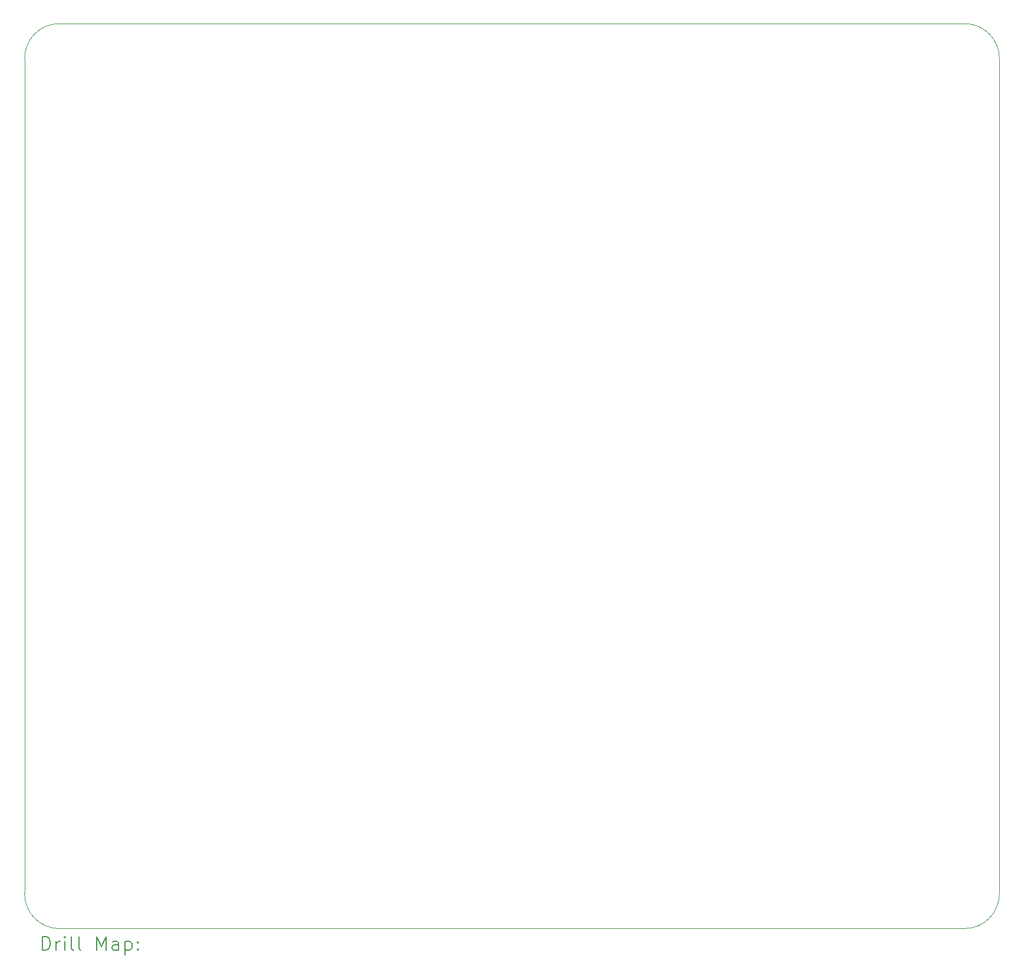
<source format=gbr>
%FSLAX45Y45*%
G04 Gerber Fmt 4.5, Leading zero omitted, Abs format (unit mm)*
G04 Created by KiCad (PCBNEW (6.0.2)) date 2023-01-22 22:47:31*
%MOMM*%
%LPD*%
G01*
G04 APERTURE LIST*
%TA.AperFunction,Profile*%
%ADD10C,0.050000*%
%TD*%
%ADD11C,0.200000*%
G04 APERTURE END LIST*
D10*
X20000000Y-4000000D02*
G75*
G03*
X19500000Y-3500000I-500000J0D01*
G01*
X19500000Y-16500000D02*
X6500000Y-16500000D01*
X6000000Y-16000000D02*
G75*
G03*
X6500000Y-16500000I500000J0D01*
G01*
X20000000Y-4000000D02*
X20000000Y-16000000D01*
X6000000Y-16000000D02*
X6000000Y-4000000D01*
X6500000Y-3500000D02*
G75*
G03*
X6000000Y-4000000I0J-500000D01*
G01*
X6500000Y-3500000D02*
X19500000Y-3500000D01*
X19500000Y-16500000D02*
G75*
G03*
X20000000Y-16000000I0J500000D01*
G01*
D11*
X6255119Y-16812976D02*
X6255119Y-16612976D01*
X6302738Y-16612976D01*
X6331309Y-16622500D01*
X6350357Y-16641548D01*
X6359881Y-16660595D01*
X6369405Y-16698690D01*
X6369405Y-16727262D01*
X6359881Y-16765357D01*
X6350357Y-16784405D01*
X6331309Y-16803452D01*
X6302738Y-16812976D01*
X6255119Y-16812976D01*
X6455119Y-16812976D02*
X6455119Y-16679643D01*
X6455119Y-16717738D02*
X6464643Y-16698690D01*
X6474167Y-16689167D01*
X6493214Y-16679643D01*
X6512262Y-16679643D01*
X6578928Y-16812976D02*
X6578928Y-16679643D01*
X6578928Y-16612976D02*
X6569405Y-16622500D01*
X6578928Y-16632024D01*
X6588452Y-16622500D01*
X6578928Y-16612976D01*
X6578928Y-16632024D01*
X6702738Y-16812976D02*
X6683690Y-16803452D01*
X6674167Y-16784405D01*
X6674167Y-16612976D01*
X6807500Y-16812976D02*
X6788452Y-16803452D01*
X6778928Y-16784405D01*
X6778928Y-16612976D01*
X7036071Y-16812976D02*
X7036071Y-16612976D01*
X7102738Y-16755833D01*
X7169405Y-16612976D01*
X7169405Y-16812976D01*
X7350357Y-16812976D02*
X7350357Y-16708214D01*
X7340833Y-16689167D01*
X7321786Y-16679643D01*
X7283690Y-16679643D01*
X7264643Y-16689167D01*
X7350357Y-16803452D02*
X7331309Y-16812976D01*
X7283690Y-16812976D01*
X7264643Y-16803452D01*
X7255119Y-16784405D01*
X7255119Y-16765357D01*
X7264643Y-16746309D01*
X7283690Y-16736786D01*
X7331309Y-16736786D01*
X7350357Y-16727262D01*
X7445595Y-16679643D02*
X7445595Y-16879643D01*
X7445595Y-16689167D02*
X7464643Y-16679643D01*
X7502738Y-16679643D01*
X7521786Y-16689167D01*
X7531309Y-16698690D01*
X7540833Y-16717738D01*
X7540833Y-16774881D01*
X7531309Y-16793929D01*
X7521786Y-16803452D01*
X7502738Y-16812976D01*
X7464643Y-16812976D01*
X7445595Y-16803452D01*
X7626548Y-16793929D02*
X7636071Y-16803452D01*
X7626548Y-16812976D01*
X7617024Y-16803452D01*
X7626548Y-16793929D01*
X7626548Y-16812976D01*
X7626548Y-16689167D02*
X7636071Y-16698690D01*
X7626548Y-16708214D01*
X7617024Y-16698690D01*
X7626548Y-16689167D01*
X7626548Y-16708214D01*
M02*

</source>
